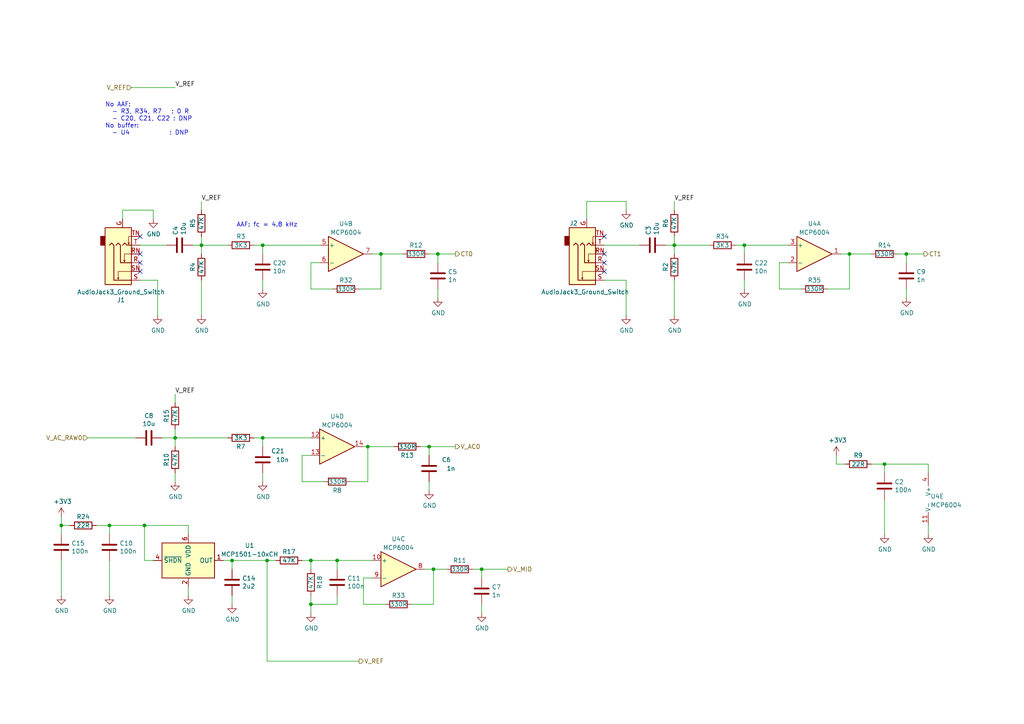
<source format=kicad_sch>
(kicad_sch (version 20211123) (generator eeschema)
  (paper "A4")
  (lib_symbols
    (symbol "Amplifier_Operational:MCP6004" (pin_names (offset 0.127))
      (property "Reference" "U" (at 0 5.08 0))
      (property "Value" "MCP6004" (at 0 -5.08 0))
      (symbol "MCP6004_1_1"
        (polyline (pts (xy -5.08 5.08) (xy 5.08 0) (xy -5.08 -5.08) (xy -5.08 5.08)) (stroke (width 0.254)) (fill (type background)))
        (pin output line (at 7.62 0 180) (length 2.54) (name "~") (number "1"))
        (pin input line (at -7.62 -2.54 0) (length 2.54) (name "-") (number "2"))
        (pin input line (at -7.62 2.54 0) (length 2.54) (name "+") (number "3"))
      )
      (symbol "MCP6004_2_1"
        (polyline (pts (xy -5.08 5.08) (xy 5.08 0) (xy -5.08 -5.08) (xy -5.08 5.08)) (stroke (width 0.254)) (fill (type background)))
        (pin input line (at -7.62 2.54 0) (length 2.54) (name "+") (number "5"))
        (pin input line (at -7.62 -2.54 0) (length 2.54) (name "-") (number "6"))
        (pin output line (at 7.62 0 180) (length 2.54) (name "~") (number "7"))
      )
      (symbol "MCP6004_3_1"
        (polyline (pts (xy -5.08 5.08) (xy 5.08 0) (xy -5.08 -5.08) (xy -5.08 5.08)) (stroke (width 0.254)) (fill (type background)))
        (pin input line (at -7.62 2.54 0) (length 2.54) (name "+") (number "10"))
        (pin output line (at 7.62 0 180) (length 2.54) (name "~") (number "8"))
        (pin input line (at -7.62 -2.54 0) (length 2.54) (name "-") (number "9"))
      )
      (symbol "MCP6004_4_1"
        (polyline (pts (xy -5.08 5.08) (xy 5.08 0) (xy -5.08 -5.08) (xy -5.08 5.08)) (stroke (width 0.254)) (fill (type background)))
        (pin input line (at -7.62 2.54 0) (length 2.54) (name "+") (number "12"))
        (pin input line (at -7.62 -2.54 0) (length 2.54) (name "-") (number "13"))
        (pin output line (at 7.62 0 180) (length 2.54) (name "~") (number "14"))
      )
      (symbol "MCP6004_5_1"
        (pin power_in line (at -2.54 -7.62 90) (length 3.81) (name "V-") (number "11"))
        (pin power_in line (at -2.54 7.62 270) (length 3.81) (name "V+") (number "4"))
      )
    )
    (symbol "Connector:AudioJack3_Ground_Switch"
      (property "Reference" "J" (at 0 11.43 0))
      (property "Value" "AudioJack3_Ground_Switch" (at 0 8.89 0))
      (symbol "AudioJack3_Ground_Switch_0_1"
        (rectangle (start -5.08 -5.08) (end -6.35 -7.62) (stroke (width 0.254)) (fill (type outline)))
        (rectangle (start 2.54 6.35) (end -5.08 -10.16) (stroke (width 0.254)) (fill (type background)))
      )
      (symbol "AudioJack3_Ground_Switch_1_1"
        (polyline (pts (xy -1.27 4.826) (xy -1.016 4.318)))
        (polyline (pts (xy 0.508 -0.254) (xy 0.762 -0.762)))
        (polyline (pts (xy 1.778 -5.334) (xy 2.032 -5.842)))
        (polyline (pts (xy 0 -5.08) (xy 0.635 -5.715) (xy 1.27 -5.08) (xy 2.54 -5.08)) (stroke (width 0.254)))
        (polyline (pts (xy 2.54 -7.62) (xy 1.778 -7.62) (xy 1.778 -5.334) (xy 1.524 -5.842)))
        (polyline (pts (xy 2.54 -2.54) (xy 0.508 -2.54) (xy 0.508 -0.254) (xy 0.254 -0.762)))
        (polyline (pts (xy 2.54 2.54) (xy -1.27 2.54) (xy -1.27 4.826) (xy -1.524 4.318)))
        (polyline (pts (xy -1.905 -5.08) (xy -1.27 -5.715) (xy -0.635 -5.08) (xy -0.635 0) (xy 2.54 0)) (stroke (width 0.254)))
        (polyline (pts (xy 2.54 5.08) (xy -2.54 5.08) (xy -2.54 -5.08) (xy -3.175 -5.715) (xy -3.81 -5.08)) (stroke (width 0.254)))
        (pin passive line (at 0 -12.7 90) (length 2.54) (name "~") (number "G"))
        (pin passive line (at 5.08 0 180) (length 2.54) (name "~") (number "R"))
        (pin passive line (at 5.08 -2.54 180) (length 2.54) (name "~") (number "RN"))
        (pin passive line (at 5.08 5.08 180) (length 2.54) (name "~") (number "S"))
        (pin passive line (at 5.08 2.54 180) (length 2.54) (name "~") (number "SN"))
        (pin passive line (at 5.08 -5.08 180) (length 2.54) (name "~") (number "T"))
        (pin passive line (at 5.08 -7.62 180) (length 2.54) (name "~") (number "TN"))
      )
    )
    (symbol "Device:C" (pin_numbers hide) (pin_names (offset 0.254))
      (property "Reference" "C" (at 0.635 2.54 0))
      (property "Value" "C" (at 0.635 -2.54 0))
      (symbol "C_0_1"
        (polyline (pts (xy -2.032 -0.762) (xy 2.032 -0.762)) (stroke (width 0.508)))
        (polyline (pts (xy -2.032 0.762) (xy 2.032 0.762)) (stroke (width 0.508)))
      )
      (symbol "C_1_1"
        (pin passive line (at 0 3.81 270) (length 2.794) (name "~") (number "1"))
        (pin passive line (at 0 -3.81 90) (length 2.794) (name "~") (number "2"))
      )
    )
    (symbol "Device:R" (pin_numbers hide) (pin_names (offset 0))
      (property "Reference" "R" (at 2.032 0 90))
      (property "Value" "R" (at 0 0 90))
      (symbol "R_0_1"
        (rectangle (start -1.016 -2.54) (end 1.016 2.54) (stroke (width 0.254)))
      )
      (symbol "R_1_1"
        (pin passive line (at 0 3.81 270) (length 1.27) (name "~") (number "1"))
        (pin passive line (at 0 -3.81 90) (length 1.27) (name "~") (number "2"))
      )
    )
    (symbol "Reference_Voltage:MCP1501-10xCH"
      (property "Reference" "U" (at -6.35 6.35 0))
      (property "Value" "MCP1501-10xCH" (at 10.16 6.35 0))
      (symbol "MCP1501-10xCH_0_0"
        (pin power_out line (at 10.16 0 180) (length 2.54) (name "OUT") (number "1"))
        (pin power_in line (at 0 -7.62 90) (length 2.54) (name "GND") (number "2"))
        (pin passive line (at 0 -7.62 90) (length 2.54) hide (name "GND") (number "3"))
        (pin input line (at -10.16 0 0) (length 2.54) (name "~{SHDN}") (number "4"))
        (pin passive line (at 0 -7.62 90) (length 2.54) hide (name "GND") (number "5"))
        (pin power_in line (at 0 7.62 270) (length 2.54) (name "VDD") (number "6"))
      )
      (symbol "MCP1501-10xCH_0_1"
        (rectangle (start -7.62 5.08) (end 7.62 -5.08) (stroke (width 0.254)) (fill (type background)))
      )
    )
    (symbol "power:+3V3" (power) (pin_names (offset 0))
      (property "Value" "+3V3" (at 0 3.556 0))
      (symbol "+3V3_0_1"
        (polyline (pts (xy -0.762 1.27) (xy 0 2.54)))
        (polyline (pts (xy 0 0) (xy 0 2.54)))
        (polyline (pts (xy 0 2.54) (xy 0.762 1.27)))
      )
      (symbol "+3V3_1_1"
        (pin power_in line (at 0 0 90) (length 0) hide (name "+3V3") (number "1"))
      )
    )
    (symbol "power:GND" (power) (pin_names (offset 0))
      (property "Value" "GND" (at 0 -3.81 0))
      (symbol "GND_0_1"
        (polyline (pts (xy 0 0) (xy 0 -1.27) (xy 1.27 -1.27) (xy 0 -2.54) (xy -1.27 -1.27) (xy 0 -1.27)))
      )
      (symbol "GND_1_1"
        (pin power_in line (at 0 0 270) (length 0) hide (name "GND") (number "1"))
      )
    )
  )
  (junction (at 77.47 162.56))
  (junction (at 97.79 162.56))
  (junction (at 106.68 129.54))
  (junction (at 124.46 129.54))
  (junction (at 256.54 134.62))
  (junction (at 139.7 165.1))
  (junction (at 90.17 162.56))
  (junction (at 17.78 152.4))
  (junction (at 127 73.66))
  (junction (at 76.2 127))
  (junction (at 67.31 162.56))
  (junction (at 31.75 152.4))
  (junction (at 41.91 152.4))
  (junction (at 76.2 71.12))
  (junction (at 195.58 71.12))
  (junction (at 215.9 71.12))
  (junction (at 50.8 127))
  (junction (at 90.17 175.26))
  (junction (at 110.49 73.66))
  (junction (at 262.89 73.66))
  (junction (at 125.73 165.1))
  (junction (at 58.42 71.12))
  (junction (at 246.38 73.66))
  (no_connect (at 175.26 78.74))
  (no_connect (at 40.64 73.66))
  (no_connect (at 40.64 76.2))
  (no_connect (at 40.64 68.58))
  (no_connect (at 40.64 78.74))
  (no_connect (at 175.26 73.66))
  (no_connect (at 175.26 76.2))
  (no_connect (at 175.26 68.58))
  (wire (pts (xy 41.91 152.4) (xy 41.91 162.56)))
  (wire (pts (xy 93.98 139.7) (xy 87.63 139.7)))
  (wire (pts (xy 35.56 60.96) (xy 44.45 60.96)))
  (wire (pts (xy 55.88 71.12) (xy 58.42 71.12)))
  (wire (pts (xy 124.46 129.54) (xy 124.46 132.08)))
  (wire (pts (xy 27.94 152.4) (xy 31.75 152.4)))
  (wire (pts (xy 46.99 127) (xy 50.8 127)))
  (wire (pts (xy 73.66 127) (xy 76.2 127)))
  (wire (pts (xy 50.8 139.7) (xy 50.8 137.16)))
  (wire (pts (xy 40.64 81.28) (xy 45.72 81.28)))
  (wire (pts (xy 262.89 86.36) (xy 262.89 83.82)))
  (wire (pts (xy 124.46 73.66) (xy 127 73.66)))
  (wire (pts (xy 67.31 162.56) (xy 77.47 162.56)))
  (wire (pts (xy 228.6 76.2) (xy 226.06 76.2)))
  (wire (pts (xy 110.49 73.66) (xy 110.49 83.82)))
  (wire (pts (xy 252.73 134.62) (xy 256.54 134.62)))
  (wire (pts (xy 106.68 129.54) (xy 114.3 129.54)))
  (wire (pts (xy 64.77 162.56) (xy 67.31 162.56)))
  (wire (pts (xy 137.16 165.1) (xy 139.7 165.1)))
  (wire (pts (xy 260.35 73.66) (xy 262.89 73.66)))
  (wire (pts (xy 124.46 129.54) (xy 132.08 129.54)))
  (wire (pts (xy 193.04 71.12) (xy 195.58 71.12)))
  (wire (pts (xy 195.58 81.28) (xy 195.58 91.44)))
  (wire (pts (xy 97.79 165.1) (xy 97.79 162.56)))
  (wire (pts (xy 256.54 134.62) (xy 256.54 137.16)))
  (wire (pts (xy 195.58 58.42) (xy 195.58 60.96)))
  (wire (pts (xy 90.17 175.26) (xy 90.17 177.8)))
  (wire (pts (xy 243.84 73.66) (xy 246.38 73.66)))
  (wire (pts (xy 50.8 127) (xy 50.8 129.54)))
  (wire (pts (xy 101.6 139.7) (xy 106.68 139.7)))
  (wire (pts (xy 35.56 63.5) (xy 35.56 60.96)))
  (wire (pts (xy 90.17 175.26) (xy 97.79 175.26)))
  (wire (pts (xy 58.42 81.28) (xy 58.42 91.44)))
  (wire (pts (xy 77.47 191.77) (xy 77.47 162.56)))
  (wire (pts (xy 67.31 165.1) (xy 67.31 162.56)))
  (wire (pts (xy 76.2 127) (xy 90.17 127)))
  (wire (pts (xy 269.24 137.16) (xy 269.24 134.62)))
  (wire (pts (xy 195.58 71.12) (xy 205.74 71.12)))
  (wire (pts (xy 50.8 114.3) (xy 50.8 116.84)))
  (wire (pts (xy 96.52 83.82) (xy 90.17 83.82)))
  (wire (pts (xy 181.61 60.96) (xy 181.61 58.42)))
  (wire (pts (xy 58.42 71.12) (xy 66.04 71.12)))
  (wire (pts (xy 240.03 83.82) (xy 246.38 83.82)))
  (wire (pts (xy 181.61 81.28) (xy 181.61 91.44)))
  (wire (pts (xy 110.49 73.66) (xy 116.84 73.66)))
  (wire (pts (xy 111.76 175.26) (xy 105.41 175.26)))
  (wire (pts (xy 226.06 76.2) (xy 226.06 83.82)))
  (wire (pts (xy 76.2 83.82) (xy 76.2 81.28)))
  (wire (pts (xy 256.54 134.62) (xy 269.24 134.62)))
  (wire (pts (xy 246.38 73.66) (xy 252.73 73.66)))
  (wire (pts (xy 31.75 152.4) (xy 41.91 152.4)))
  (wire (pts (xy 269.24 154.94) (xy 269.24 152.4)))
  (wire (pts (xy 58.42 58.42) (xy 58.42 60.96)))
  (wire (pts (xy 73.66 71.12) (xy 76.2 71.12)))
  (wire (pts (xy 107.95 73.66) (xy 110.49 73.66)))
  (wire (pts (xy 31.75 152.4) (xy 31.75 154.94)))
  (wire (pts (xy 256.54 154.94) (xy 256.54 144.78)))
  (wire (pts (xy 262.89 73.66) (xy 262.89 76.2)))
  (wire (pts (xy 76.2 139.7) (xy 76.2 137.16)))
  (wire (pts (xy 92.71 76.2) (xy 90.17 76.2)))
  (wire (pts (xy 125.73 165.1) (xy 125.73 175.26)))
  (wire (pts (xy 54.61 152.4) (xy 54.61 154.94)))
  (wire (pts (xy 106.68 129.54) (xy 106.68 139.7)))
  (wire (pts (xy 58.42 68.58) (xy 58.42 71.12)))
  (wire (pts (xy 123.19 165.1) (xy 125.73 165.1)))
  (wire (pts (xy 170.18 63.5) (xy 170.18 58.42)))
  (wire (pts (xy 44.45 162.56) (xy 41.91 162.56)))
  (wire (pts (xy 67.31 175.26) (xy 67.31 172.72)))
  (wire (pts (xy 175.26 81.28) (xy 181.61 81.28)))
  (wire (pts (xy 90.17 162.56) (xy 87.63 162.56)))
  (wire (pts (xy 121.92 129.54) (xy 124.46 129.54)))
  (wire (pts (xy 50.8 127) (xy 66.04 127)))
  (wire (pts (xy 45.72 81.28) (xy 45.72 91.44)))
  (wire (pts (xy 195.58 71.12) (xy 195.58 73.66)))
  (wire (pts (xy 127 73.66) (xy 132.08 73.66)))
  (wire (pts (xy 107.95 162.56) (xy 97.79 162.56)))
  (wire (pts (xy 90.17 172.72) (xy 90.17 175.26)))
  (wire (pts (xy 124.46 142.24) (xy 124.46 139.7)))
  (wire (pts (xy 77.47 191.77) (xy 104.14 191.77)))
  (wire (pts (xy 76.2 127) (xy 76.2 129.54)))
  (wire (pts (xy 215.9 71.12) (xy 228.6 71.12)))
  (wire (pts (xy 246.38 73.66) (xy 246.38 83.82)))
  (wire (pts (xy 262.89 73.66) (xy 267.97 73.66)))
  (wire (pts (xy 213.36 71.12) (xy 215.9 71.12)))
  (wire (pts (xy 50.8 124.46) (xy 50.8 127)))
  (wire (pts (xy 90.17 76.2) (xy 90.17 83.82)))
  (wire (pts (xy 40.64 71.12) (xy 48.26 71.12)))
  (wire (pts (xy 139.7 177.8) (xy 139.7 175.26)))
  (wire (pts (xy 119.38 175.26) (xy 125.73 175.26)))
  (wire (pts (xy 76.2 71.12) (xy 76.2 73.66)))
  (wire (pts (xy 31.75 172.72) (xy 31.75 162.56)))
  (wire (pts (xy 105.41 167.64) (xy 105.41 175.26)))
  (wire (pts (xy 58.42 71.12) (xy 58.42 73.66)))
  (wire (pts (xy 17.78 154.94) (xy 17.78 152.4)))
  (wire (pts (xy 170.18 58.42) (xy 181.61 58.42)))
  (wire (pts (xy 125.73 165.1) (xy 129.54 165.1)))
  (wire (pts (xy 104.14 83.82) (xy 110.49 83.82)))
  (wire (pts (xy 17.78 172.72) (xy 17.78 162.56)))
  (wire (pts (xy 97.79 175.26) (xy 97.79 172.72)))
  (wire (pts (xy 54.61 172.72) (xy 54.61 170.18)))
  (wire (pts (xy 41.91 152.4) (xy 54.61 152.4)))
  (wire (pts (xy 139.7 167.64) (xy 139.7 165.1)))
  (wire (pts (xy 76.2 71.12) (xy 92.71 71.12)))
  (wire (pts (xy 87.63 132.08) (xy 87.63 139.7)))
  (wire (pts (xy 107.95 167.64) (xy 105.41 167.64)))
  (wire (pts (xy 38.1 25.4) (xy 50.8 25.4)))
  (wire (pts (xy 105.41 129.54) (xy 106.68 129.54)))
  (wire (pts (xy 127 86.36) (xy 127 83.82)))
  (wire (pts (xy 17.78 152.4) (xy 20.32 152.4)))
  (wire (pts (xy 90.17 165.1) (xy 90.17 162.56)))
  (wire (pts (xy 175.26 71.12) (xy 185.42 71.12)))
  (wire (pts (xy 242.57 134.62) (xy 245.11 134.62)))
  (wire (pts (xy 139.7 165.1) (xy 147.32 165.1)))
  (wire (pts (xy 127 73.66) (xy 127 76.2)))
  (wire (pts (xy 232.41 83.82) (xy 226.06 83.82)))
  (wire (pts (xy 215.9 71.12) (xy 215.9 73.66)))
  (wire (pts (xy 77.47 162.56) (xy 80.01 162.56)))
  (wire (pts (xy 97.79 162.56) (xy 90.17 162.56)))
  (wire (pts (xy 242.57 132.08) (xy 242.57 134.62)))
  (wire (pts (xy 215.9 83.82) (xy 215.9 81.28)))
  (wire (pts (xy 195.58 68.58) (xy 195.58 71.12)))
  (wire (pts (xy 44.45 60.96) (xy 44.45 63.5)))
  (wire (pts (xy 17.78 149.86) (xy 17.78 152.4)))
  (wire (pts (xy 25.4 127) (xy 39.37 127)))
  (wire (pts (xy 90.17 132.08) (xy 87.63 132.08)))
  (text "AAF: fc = 4.8 kHz" (at 68.58 66.04 0) (effects (font (size 1.27 1.27)) (justify left bottom)))
  (text "No AAF:\n  - R3, R34, R7   : 0 R\n  - C20, C21, C22 : DNP\nNo buffer:\n  - U4            : DNP" (at 30.48 39.37 0) (effects (font (size 1.27 1.27)) (justify left bottom)))
  (label "V_REF" (at 50.8 25.4 0))
  (label "V_REF" (at 50.8 114.3 0))
  (label "V_REF" (at 195.58 58.42 0))
  (label "V_REF" (at 58.42 58.42 0))
  (hierarchical_label "CT1" (shape output) (at 267.97 73.66 0))
  (hierarchical_label "V_REF" (shape input) (at 38.1 25.4 180))
  (hierarchical_label "V_AC0" (shape output) (at 132.08 129.54 0))
  (hierarchical_label "V_MID" (shape output) (at 147.32 165.1 0))
  (hierarchical_label "V_AC_RAW0" (shape input) (at 25.4 127 180))
  (hierarchical_label "CT0" (shape output) (at 132.08 73.66 0))
  (hierarchical_label "V_REF" (shape output) (at 104.14 191.77 0))
  (symbol (lib_id "power:+3V3") (at 17.78 149.86 0) (unit 1)
    (property "Reference" "#PWR022" (effects hide))
    (property "Value" "+3V3" (at 18.161 145.4658 0))
  )
  (symbol (lib_id "power:GND") (at 54.61 172.72 0) (unit 1)
    (property "Reference" "#PWR026" (effects hide))
    (property "Value" "GND" (at 54.737 177.1142 0))
  )
  (symbol (lib_id "Device:R") (at 24.13 152.4 270) (unit 1)
    (property "Reference" "R24" (at 24.13 149.86 90))
    (property "Value" "22R" (at 24.13 152.4 90))
    (property "Footprint" "Resistor_SMD:R_0402_1005Metric" (effects hide))
  )
  (symbol (lib_id "Device:C") (at 31.75 158.75 0) (unit 1)
    (property "Reference" "C10" (at 34.671 157.5816 0) (effects (justify left)))
    (property "Value" "100n" (at 34.671 159.893 0) (effects (justify left)))
    (property "Footprint" "Capacitor_SMD:C_0402_1005Metric" (effects hide))
  )
  (symbol (lib_id "power:GND") (at 31.75 172.72 0) (unit 1)
    (property "Reference" "#PWR024" (effects hide))
    (property "Value" "GND" (at 31.877 177.1142 0))
  )
  (symbol (lib_id "Device:R") (at 83.82 162.56 270) (unit 1)
    (property "Reference" "R17" (at 83.82 160.02 90))
    (property "Value" "47K" (at 83.82 162.56 90))
    (property "Footprint" "Resistor_SMD:R_0402_1005Metric" (effects hide))
  )
  (symbol (lib_id "Device:R") (at 90.17 168.91 180) (unit 1)
    (property "Reference" "R18" (at 92.71 168.91 90))
    (property "Value" "47K" (at 90.17 168.91 90))
    (property "Footprint" "Resistor_SMD:R_0402_1005Metric" (effects hide))
  )
  (symbol (lib_id "Device:C") (at 97.79 168.91 0) (unit 1)
    (property "Reference" "C11" (at 100.711 167.7416 0) (effects (justify left)))
    (property "Value" "100n" (at 100.711 170.053 0) (effects (justify left)))
    (property "Footprint" "Capacitor_SMD:C_0402_1005Metric" (effects hide))
  )
  (symbol (lib_id "power:GND") (at 90.17 177.8 0) (unit 1)
    (property "Reference" "#PWR023" (effects hide))
    (property "Value" "GND" (at 90.297 182.1942 0))
  )
  (symbol (lib_id "power:GND") (at 269.24 154.94 0) (unit 1)
    (property "Reference" "#PWR029" (effects hide))
    (property "Value" "GND" (at 269.367 159.3342 0))
  )
  (symbol (lib_id "power:+3V3") (at 242.57 132.08 0) (unit 1)
    (property "Reference" "#PWR027" (effects hide))
    (property "Value" "+3V3" (at 242.951 127.6858 0))
  )
  (symbol (lib_id "Device:R") (at 248.92 134.62 270) (unit 1)
    (property "Reference" "R9" (at 248.92 132.08 90))
    (property "Value" "22R" (at 248.92 134.62 90))
    (property "Footprint" "Resistor_SMD:R_0402_1005Metric" (effects hide))
  )
  (symbol (lib_id "Device:C") (at 256.54 140.97 0) (unit 1)
    (property "Reference" "C2" (at 259.461 139.8016 0) (effects (justify left)))
    (property "Value" "100n" (at 259.461 142.113 0) (effects (justify left)))
    (property "Footprint" "Capacitor_SMD:C_0402_1005Metric" (effects hide))
  )
  (symbol (lib_id "power:GND") (at 256.54 154.94 0) (unit 1)
    (property "Reference" "#PWR028" (effects hide))
    (property "Value" "GND" (at 256.667 159.3342 0))
  )
  (symbol (lib_id "Device:C") (at 17.78 158.75 0) (unit 1)
    (property "Reference" "C15" (at 20.701 157.5816 0) (effects (justify left)))
    (property "Value" "100n" (at 20.701 159.893 0) (effects (justify left)))
    (property "Footprint" "Capacitor_SMD:C_0402_1005Metric" (effects hide))
  )
  (symbol (lib_id "power:GND") (at 17.78 172.72 0) (unit 1)
    (property "Reference" "#PWR0106" (effects hide))
    (property "Value" "GND" (at 17.907 177.1142 0))
  )
  (symbol (lib_id "Device:C") (at 67.31 168.91 0) (unit 1)
    (property "Reference" "C14" (at 70.231 167.7416 0) (effects (justify left)))
    (property "Value" "2u2" (at 70.231 170.053 0) (effects (justify left)))
    (property "Footprint" "Capacitor_SMD:C_0603_1608Metric_Pad1.08x0.95mm_HandSolder" (effects hide))
  )
  (symbol (lib_id "power:GND") (at 67.31 175.26 0) (unit 1)
    (property "Reference" "#PWR014" (effects hide))
    (property "Value" "GND" (at 67.437 179.6542 0))
  )
  (symbol (lib_id "Device:C") (at 139.7 171.45 0) (unit 1)
    (property "Reference" "C7" (at 142.621 170.2816 0) (effects (justify left)))
    (property "Value" "1n" (at 142.621 172.593 0) (effects (justify left)))
    (property "Footprint" "Capacitor_SMD:C_0402_1005Metric" (effects hide))
  )
  (symbol (lib_id "Device:C") (at 215.9 77.47 180) (unit 1)
    (property "Reference" "C22" (at 218.821 76.3016 0) (effects (justify right)))
    (property "Value" "10n" (at 218.821 78.613 0) (effects (justify right)))
    (property "Footprint" "Capacitor_SMD:C_0402_1005Metric" (effects hide))
  )
  (symbol (lib_id "power:GND") (at 262.89 86.36 0) (unit 1)
    (property "Reference" "#PWR0132" (effects hide))
    (property "Value" "GND" (at 263.017 90.7542 0))
  )
  (symbol (lib_id "Device:R") (at 100.33 83.82 270) (unit 1)
    (property "Reference" "R32" (at 100.33 81.28 90))
    (property "Value" "330R" (at 100.33 83.82 90))
    (property "Footprint" "Resistor_SMD:R_0402_1005Metric" (effects hide))
  )
  (symbol (lib_id "Device:R") (at 133.35 165.1 270) (unit 1)
    (property "Reference" "R11" (at 133.35 162.56 90))
    (property "Value" "330R" (at 133.35 165.1 90))
    (property "Footprint" "Resistor_SMD:R_0402_1005Metric" (effects hide))
  )
  (symbol (lib_id "power:GND") (at 45.72 91.44 0) (unit 1)
    (property "Reference" "#PWR0128" (effects hide))
    (property "Value" "GND" (at 45.847 95.8342 0))
  )
  (symbol (lib_id "Device:R") (at 50.8 120.65 0) (unit 1)
    (property "Reference" "R15" (at 48.26 120.65 90))
    (property "Value" "47K" (at 50.8 120.65 90))
    (property "Footprint" "Resistor_SMD:R_0402_1005Metric" (effects hide))
  )
  (symbol (lib_id "Connector:AudioJack3_Ground_Switch") (at 170.18 76.2 0) (mirror x) (unit 1)
    (property "Reference" "J2" (at 166.37 64.77 0))
    (property "Value" "AudioJack3_Ground_Switch" (at 169.7228 84.6836 0))
    (property "Footprint" "Connector_Audio:Jack_3.5mm_CUI_SJ-3523-SMT_Horizontal" (effects hide))
  )
  (symbol (lib_id "Device:C") (at 127 80.01 180) (unit 1)
    (property "Reference" "C5" (at 129.921 78.8416 0) (effects (justify right)))
    (property "Value" "1n" (at 129.921 81.153 0) (effects (justify right)))
    (property "Footprint" "Capacitor_SMD:C_0402_1005Metric" (effects hide))
  )
  (symbol (lib_id "power:GND") (at 50.8 139.7 0) (unit 1)
    (property "Reference" "#PWR0126" (effects hide))
    (property "Value" "GND" (at 50.927 144.0942 0))
  )
  (symbol (lib_id "Device:R") (at 236.22 83.82 270) (unit 1)
    (property "Reference" "R35" (at 236.22 81.28 90))
    (property "Value" "330R" (at 236.22 83.82 90))
    (property "Footprint" "Resistor_SMD:R_0402_1005Metric" (effects hide))
  )
  (symbol (lib_id "power:GND") (at 127 86.36 0) (unit 1)
    (property "Reference" "#PWR0102" (effects hide))
    (property "Value" "GND" (at 127.127 90.7542 0))
  )
  (symbol (lib_id "Connector:AudioJack3_Ground_Switch") (at 35.56 76.2 0) (mirror x) (unit 1)
    (property "Reference" "J1" (at 35.1028 86.995 0))
    (property "Value" "AudioJack3_Ground_Switch" (at 35.1028 84.6836 0))
    (property "Footprint" "Connector_Audio:Jack_3.5mm_CUI_SJ-3523-SMT_Horizontal" (effects hide))
  )
  (symbol (lib_id "Amplifier_Operational:MCP6004") (at 236.22 73.66 0) (unit 1)
    (property "Reference" "U4" (at 236.22 64.8802 0))
    (property "Value" "MCP6004" (at 236.22 67.4171 0))
    (property "Footprint" "Package_SO:TSSOP-14_4.4x5mm_P0.65mm" (effects hide))
    (property "Datasheet" "http://ww1.microchip.com/downloads/en/DeviceDoc/21733j.pdf" (effects hide))
  )
  (symbol (lib_id "Amplifier_Operational:MCP6004") (at 97.79 129.54 0) (unit 4)
    (property "Reference" "U4" (at 97.79 120.7602 0))
    (property "Value" "MCP6004" (at 97.79 123.2971 0))
    (property "Footprint" "Package_SO:TSSOP-14_4.4x5mm_P0.65mm" (effects hide))
    (property "Datasheet" "http://ww1.microchip.com/downloads/en/DeviceDoc/21733j.pdf" (effects hide))
  )
  (symbol (lib_id "Device:R") (at 69.85 71.12 270) (unit 1)
    (property "Reference" "R3" (at 69.85 68.58 90))
    (property "Value" "3K3" (at 69.85 71.12 90))
    (property "Footprint" "Resistor_SMD:R_0402_1005Metric" (effects hide))
  )
  (symbol (lib_id "Device:C") (at 262.89 80.01 180) (unit 1)
    (property "Reference" "C9" (at 265.811 78.8416 0) (effects (justify right)))
    (property "Value" "1n" (at 265.811 81.153 0) (effects (justify right)))
    (property "Footprint" "Capacitor_SMD:C_0402_1005Metric" (effects hide))
  )
  (symbol (lib_id "power:GND") (at 44.45 63.5 0) (unit 1)
    (property "Reference" "#PWR0127" (effects hide))
    (property "Value" "GND" (at 44.577 67.8942 0))
  )
  (symbol (lib_id "Device:R") (at 256.54 73.66 270) (unit 1)
    (property "Reference" "R14" (at 256.54 71.12 90))
    (property "Value" "330R" (at 256.54 73.66 90))
    (property "Footprint" "Resistor_SMD:R_0402_1005Metric" (effects hide))
  )
  (symbol (lib_id "Device:R") (at 120.65 73.66 270) (unit 1)
    (property "Reference" "R12" (at 120.65 71.12 90))
    (property "Value" "330R" (at 120.65 73.66 90))
    (property "Footprint" "Resistor_SMD:R_0402_1005Metric" (effects hide))
  )
  (symbol (lib_id "Device:C") (at 52.07 71.12 270) (unit 1)
    (property "Reference" "C4" (at 50.9016 68.199 0) (effects (justify right)))
    (property "Value" "10u" (at 53.213 68.199 0) (effects (justify right)))
    (property "Footprint" "Capacitor_SMD:C_0603_1608Metric" (effects hide))
  )
  (symbol (lib_id "power:GND") (at 124.46 142.24 0) (unit 1)
    (property "Reference" "#PWR0125" (effects hide))
    (property "Value" "GND" (at 124.587 146.6342 0))
  )
  (symbol (lib_id "Device:R") (at 209.55 71.12 270) (unit 1)
    (property "Reference" "R34" (at 209.55 68.58 90))
    (property "Value" "3K3" (at 209.55 71.12 90))
    (property "Footprint" "Resistor_SMD:R_0402_1005Metric" (effects hide))
  )
  (symbol (lib_id "Amplifier_Operational:MCP6004") (at 100.33 73.66 0) (unit 2)
    (property "Reference" "U4" (at 100.33 64.8802 0))
    (property "Value" "MCP6004" (at 100.33 67.4171 0))
    (property "Footprint" "Package_SO:TSSOP-14_4.4x5mm_P0.65mm" (effects hide))
    (property "Datasheet" "http://ww1.microchip.com/downloads/en/DeviceDoc/21733j.pdf" (effects hide))
  )
  (symbol (lib_id "Amplifier_Operational:MCP6004") (at 271.78 144.78 0) (unit 5)
    (property "Reference" "U4" (at 269.875 143.9453 0) (effects (justify left)))
    (property "Value" "MCP6004" (at 269.875 146.4822 0) (effects (justify left)))
    (property "Footprint" "Package_SO:TSSOP-14_4.4x5mm_P0.65mm" (effects hide))
    (property "Datasheet" "http://ww1.microchip.com/downloads/en/DeviceDoc/21733j.pdf" (effects hide))
  )
  (symbol (lib_id "power:GND") (at 76.2 139.7 0) (unit 1)
    (property "Reference" "#PWR0134" (effects hide))
    (property "Value" "GND" (at 76.327 144.0942 0))
  )
  (symbol (lib_id "Reference_Voltage:MCP1501-10xCH") (at 54.61 162.56 0) (unit 1)
    (property "Reference" "U1" (at 72.39 158.2293 0))
    (property "Value" "MCP1501-10xCH" (at 72.39 160.7693 0))
    (property "Footprint" "Package_TO_SOT_SMD:SOT-23-6" (effects hide))
    (property "Datasheet" "http://ww1.microchip.com/downloads/en/DeviceDoc/20005474E.pdf" (effects hide))
  )
  (symbol (lib_id "Device:C") (at 189.23 71.12 270) (unit 1)
    (property "Reference" "C3" (at 188.0616 68.199 0) (effects (justify right)))
    (property "Value" "10u" (at 190.373 68.199 0) (effects (justify right)))
    (property "Footprint" "Capacitor_SMD:C_0603_1608Metric" (effects hide))
  )
  (symbol (lib_id "Device:C") (at 76.2 133.35 180) (unit 1)
    (property "Reference" "C21" (at 82.55 130.81 0) (effects (justify left)))
    (property "Value" "10n" (at 83.82 133.35 0) (effects (justify left)))
    (property "Footprint" "Capacitor_SMD:C_0402_1005Metric" (effects hide))
  )
  (symbol (lib_id "power:GND") (at 139.7 177.8 0) (unit 1)
    (property "Reference" "#PWR0149" (effects hide))
    (property "Value" "GND" (at 139.827 182.1942 0))
  )
  (symbol (lib_id "power:GND") (at 76.2 83.82 0) (unit 1)
    (property "Reference" "#PWR0108" (effects hide))
    (property "Value" "GND" (at 76.327 88.2142 0))
  )
  (symbol (lib_id "Device:R") (at 115.57 175.26 270) (unit 1)
    (property "Reference" "R33" (at 115.57 172.72 90))
    (property "Value" "330R" (at 115.57 175.26 90))
    (property "Footprint" "Resistor_SMD:R_0402_1005Metric" (effects hide))
  )
  (symbol (lib_id "Device:R") (at 50.8 133.35 0) (unit 1)
    (property "Reference" "R10" (at 48.26 133.35 90))
    (property "Value" "47K" (at 50.8 133.35 90))
    (property "Footprint" "Resistor_SMD:R_0402_1005Metric" (effects hide))
  )
  (symbol (lib_id "Device:R") (at 195.58 64.77 0) (unit 1)
    (property "Reference" "R6" (at 193.04 64.77 90))
    (property "Value" "47K" (at 195.58 64.77 90))
    (property "Footprint" "Resistor_SMD:R_0402_1005Metric" (effects hide))
  )
  (symbol (lib_id "Device:R") (at 195.58 77.47 0) (unit 1)
    (property "Reference" "R2" (at 193.04 77.47 90))
    (property "Value" "47K" (at 195.58 77.47 90))
    (property "Footprint" "Resistor_SMD:R_0402_1005Metric" (effects hide))
  )
  (symbol (lib_id "Device:C") (at 43.18 127 270) (unit 1)
    (property "Reference" "C8" (at 43.18 120.5992 90))
    (property "Value" "10u" (at 43.18 122.9106 90))
    (property "Footprint" "Capacitor_SMD:C_0603_1608Metric" (effects hide))
  )
  (symbol (lib_id "Device:R") (at 97.79 139.7 90) (unit 1)
    (property "Reference" "R8" (at 97.79 142.24 90))
    (property "Value" "330R" (at 97.79 139.7 90))
    (property "Footprint" "Resistor_SMD:R_0402_1005Metric" (effects hide))
  )
  (symbol (lib_id "Device:R") (at 58.42 64.77 0) (unit 1)
    (property "Reference" "R5" (at 55.88 64.77 90))
    (property "Value" "47K" (at 58.42 64.77 90))
    (property "Footprint" "Resistor_SMD:R_0402_1005Metric" (effects hide))
  )
  (symbol (lib_id "power:GND") (at 181.61 60.96 0) (unit 1)
    (property "Reference" "#PWR0124" (effects hide))
    (property "Value" "GND" (at 181.737 65.3542 0))
  )
  (symbol (lib_id "Device:C") (at 76.2 77.47 180) (unit 1)
    (property "Reference" "C20" (at 79.121 76.3016 0) (effects (justify right)))
    (property "Value" "10n" (at 79.121 78.613 0) (effects (justify right)))
    (property "Footprint" "Capacitor_SMD:C_0402_1005Metric" (effects hide))
  )
  (symbol (lib_id "Amplifier_Operational:MCP6004") (at 115.57 165.1 0) (unit 3)
    (property "Reference" "U4" (at 115.57 156.3202 0))
    (property "Value" "MCP6004" (at 115.57 158.8571 0))
    (property "Footprint" "Package_SO:TSSOP-14_4.4x5mm_P0.65mm" (effects hide))
    (property "Datasheet" "http://ww1.microchip.com/downloads/en/DeviceDoc/21733j.pdf" (effects hide))
  )
  (symbol (lib_id "Device:R") (at 58.42 77.47 0) (unit 1)
    (property "Reference" "R4" (at 55.88 77.47 90))
    (property "Value" "47K" (at 58.42 77.47 90))
    (property "Footprint" "Resistor_SMD:R_0402_1005Metric" (effects hide))
  )
  (symbol (lib_id "power:GND") (at 215.9 83.82 0) (unit 1)
    (property "Reference" "#PWR0135" (effects hide))
    (property "Value" "GND" (at 216.027 88.2142 0))
  )
  (symbol (lib_id "power:GND") (at 181.61 91.44 0) (unit 1)
    (property "Reference" "#PWR0123" (effects hide))
    (property "Value" "GND" (at 181.737 95.8342 0))
  )
  (symbol (lib_id "Device:R") (at 69.85 127 90) (unit 1)
    (property "Reference" "R7" (at 69.85 129.54 90))
    (property "Value" "3K3" (at 69.85 127 90))
    (property "Footprint" "Resistor_SMD:R_0402_1005Metric" (effects hide))
  )
  (symbol (lib_id "power:GND") (at 58.42 91.44 0) (unit 1)
    (property "Reference" "#PWR0130" (effects hide))
    (property "Value" "GND" (at 58.547 95.8342 0))
  )
  (symbol (lib_id "Device:C") (at 124.46 135.89 180) (unit 1)
    (property "Reference" "C6" (at 130.81 133.35 0) (effects (justify left)))
    (property "Value" "1n" (at 132.08 135.89 0) (effects (justify left)))
    (property "Footprint" "Capacitor_SMD:C_0402_1005Metric" (effects hide))
  )
  (symbol (lib_id "power:GND") (at 195.58 91.44 0) (unit 1)
    (property "Reference" "#PWR0131" (effects hide))
    (property "Value" "GND" (at 195.707 95.8342 0))
  )
  (symbol (lib_id "Device:R") (at 118.11 129.54 90) (unit 1)
    (property "Reference" "R13" (at 118.11 132.08 90))
    (property "Value" "330R" (at 118.11 129.54 90))
    (property "Footprint" "Resistor_SMD:R_0402_1005Metric" (effects hide))
  )
)
</source>
